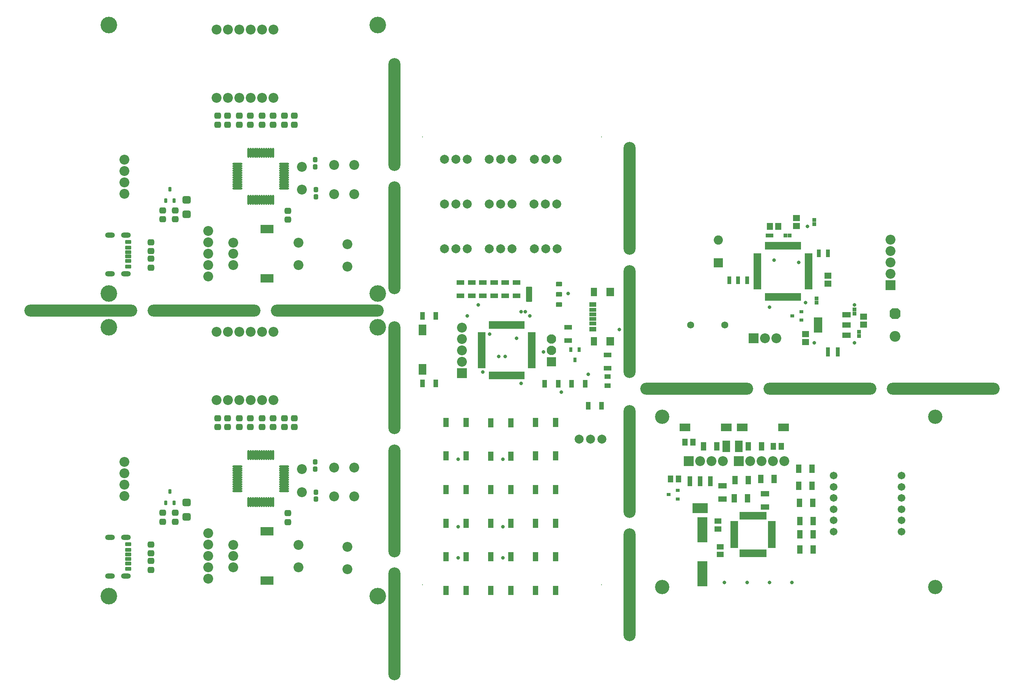
<source format=gbr>
G04*
G04 #@! TF.GenerationSoftware,Altium Limited,Altium Designer,24.2.2 (26)*
G04*
G04 Layer_Color=8388736*
%FSLAX44Y44*%
%MOMM*%
G71*
G04*
G04 #@! TF.SameCoordinates,E132748E-00BF-457D-A5CC-83FA1D806D28*
G04*
G04*
G04 #@! TF.FilePolarity,Negative*
G04*
G01*
G75*
%ADD89R,3.4332X2.1832*%
%ADD90R,1.1332X2.1832*%
%ADD91R,1.2532X1.5832*%
%ADD92R,1.1732X1.9332*%
%ADD93R,0.4832X1.7632*%
%ADD94R,1.7632X0.4832*%
%ADD95R,1.9332X1.1732*%
%ADD96R,1.5832X1.2532*%
%ADD97R,1.8032X2.6032*%
%ADD98R,0.9032X0.8032*%
%ADD99R,2.2032X5.7032*%
%ADD100R,2.3832X1.8032*%
%ADD101R,1.8532X1.1532*%
%ADD102R,1.8532X3.4532*%
%ADD103R,0.9032X2.0032*%
%ADD104R,0.8432X0.8532*%
%ADD105R,1.6032X1.4032*%
%ADD106R,0.8532X0.8432*%
%ADD107R,1.6782X0.5032*%
%ADD108R,0.5032X1.6782*%
%ADD109R,1.4032X1.6032*%
%ADD110O,2.2532X0.4532*%
%ADD111O,0.4532X2.2532*%
G04:AMPARAMS|DCode=112|XSize=1.7032mm|YSize=1.9032mm|CornerRadius=0.4766mm|HoleSize=0mm|Usage=FLASHONLY|Rotation=90.000|XOffset=0mm|YOffset=0mm|HoleType=Round|Shape=RoundedRectangle|*
%AMROUNDEDRECTD112*
21,1,1.7032,0.9500,0,0,90.0*
21,1,0.7500,1.9032,0,0,90.0*
1,1,0.9532,0.4750,0.3750*
1,1,0.9532,0.4750,-0.3750*
1,1,0.9532,-0.4750,-0.3750*
1,1,0.9532,-0.4750,0.3750*
%
%ADD112ROUNDEDRECTD112*%
G04:AMPARAMS|DCode=113|XSize=1.4032mm|YSize=1.5032mm|CornerRadius=0.4016mm|HoleSize=0mm|Usage=FLASHONLY|Rotation=270.000|XOffset=0mm|YOffset=0mm|HoleType=Round|Shape=RoundedRectangle|*
%AMROUNDEDRECTD113*
21,1,1.4032,0.7000,0,0,270.0*
21,1,0.6000,1.5032,0,0,270.0*
1,1,0.8032,-0.3500,-0.3000*
1,1,0.8032,-0.3500,0.3000*
1,1,0.8032,0.3500,0.3000*
1,1,0.8032,0.3500,-0.3000*
%
%ADD113ROUNDEDRECTD113*%
G04:AMPARAMS|DCode=114|XSize=0.9032mm|YSize=1.4032mm|CornerRadius=0.2766mm|HoleSize=0mm|Usage=FLASHONLY|Rotation=270.000|XOffset=0mm|YOffset=0mm|HoleType=Round|Shape=RoundedRectangle|*
%AMROUNDEDRECTD114*
21,1,0.9032,0.8500,0,0,270.0*
21,1,0.3500,1.4032,0,0,270.0*
1,1,0.5532,-0.4250,-0.1750*
1,1,0.5532,-0.4250,0.1750*
1,1,0.5532,0.4250,0.1750*
1,1,0.5532,0.4250,-0.1750*
%
%ADD114ROUNDEDRECTD114*%
G04:AMPARAMS|DCode=115|XSize=1.2032mm|YSize=1.0032mm|CornerRadius=0.3016mm|HoleSize=0mm|Usage=FLASHONLY|Rotation=90.000|XOffset=0mm|YOffset=0mm|HoleType=Round|Shape=RoundedRectangle|*
%AMROUNDEDRECTD115*
21,1,1.2032,0.4000,0,0,90.0*
21,1,0.6000,1.0032,0,0,90.0*
1,1,0.6032,0.2000,0.3000*
1,1,0.6032,0.2000,-0.3000*
1,1,0.6032,-0.2000,-0.3000*
1,1,0.6032,-0.2000,0.3000*
%
%ADD115ROUNDEDRECTD115*%
G04:AMPARAMS|DCode=116|XSize=1.0032mm|YSize=0.7032mm|CornerRadius=0.2266mm|HoleSize=0mm|Usage=FLASHONLY|Rotation=90.000|XOffset=0mm|YOffset=0mm|HoleType=Round|Shape=RoundedRectangle|*
%AMROUNDEDRECTD116*
21,1,1.0032,0.2500,0,0,90.0*
21,1,0.5500,0.7032,0,0,90.0*
1,1,0.4532,0.1250,0.2750*
1,1,0.4532,0.1250,-0.2750*
1,1,0.4532,-0.1250,-0.2750*
1,1,0.4532,-0.1250,0.2750*
%
%ADD116ROUNDEDRECTD116*%
G04:AMPARAMS|DCode=117|XSize=1.41mm|YSize=1.03mm|CornerRadius=0.1198mm|HoleSize=0mm|Usage=FLASHONLY|Rotation=180.000|XOffset=0mm|YOffset=0mm|HoleType=Round|Shape=RoundedRectangle|*
%AMROUNDEDRECTD117*
21,1,1.4100,0.7905,0,0,180.0*
21,1,1.1705,1.0300,0,0,180.0*
1,1,0.2395,-0.5853,0.3953*
1,1,0.2395,0.5853,0.3953*
1,1,0.2395,0.5853,-0.3953*
1,1,0.2395,-0.5853,-0.3953*
%
%ADD117ROUNDEDRECTD117*%
G04:AMPARAMS|DCode=118|XSize=1.41mm|YSize=3.34mm|CornerRadius=0.1483mm|HoleSize=0mm|Usage=FLASHONLY|Rotation=180.000|XOffset=0mm|YOffset=0mm|HoleType=Round|Shape=RoundedRectangle|*
%AMROUNDEDRECTD118*
21,1,1.4100,3.0435,0,0,180.0*
21,1,1.1135,3.3400,0,0,180.0*
1,1,0.2965,-0.5568,1.5218*
1,1,0.2965,0.5568,1.5218*
1,1,0.2965,0.5568,-1.5218*
1,1,0.2965,-0.5568,-1.5218*
%
%ADD118ROUNDEDRECTD118*%
%ADD119R,1.7000X1.1000*%
%ADD120R,1.4032X1.9032*%
%ADD121R,1.8032X1.9032*%
%ADD122R,1.5032X1.0032*%
%ADD123R,1.5032X0.9632*%
%ADD124R,1.5032X0.9032*%
%ADD125R,1.8032X2.4032*%
%ADD126R,1.6764X0.4826*%
%ADD127R,0.4826X1.6764*%
%ADD128R,1.3000X2.1000*%
%ADD129R,0.8000X1.1000*%
%ADD130R,1.1000X1.7000*%
%ADD131R,1.3500X1.1000*%
%ADD132O,2.7032X25.2032*%
%ADD133O,25.2032X2.7032*%
%ADD134C,2.2032*%
%ADD135R,2.2032X2.2032*%
%ADD136C,1.7032*%
%ADD137C,3.2032*%
%ADD138C,0.8032*%
%ADD139C,1.5612*%
%ADD140C,2.4032*%
G04:AMPARAMS|DCode=141|XSize=2.4032mm|YSize=2.4032mm|CornerRadius=0mm|HoleSize=0mm|Usage=FLASHONLY|Rotation=270.000|XOffset=0mm|YOffset=0mm|HoleType=Round|Shape=Octagon|*
%AMOCTAGOND141*
4,1,8,-0.6008,-1.2016,0.6008,-1.2016,1.2016,-0.6008,1.2016,0.6008,0.6008,1.2016,-0.6008,1.2016,-1.2016,0.6008,-1.2016,-0.6008,-0.6008,-1.2016,0.0*
%
%ADD141OCTAGOND141*%

%ADD142R,2.2032X2.2032*%
%ADD143C,2.0532*%
%ADD144R,2.0532X2.0532*%
%ADD145R,3.0032X1.9032*%
%ADD146O,2.2032X1.2032*%
%ADD147C,3.7032*%
%ADD148C,2.0032*%
%ADD149C,0.2032*%
%ADD150C,2.1000*%
%ADD151R,2.1000X2.1000*%
G36*
X1528500Y498250D02*
X1521500D01*
Y504250D01*
X1528500D01*
Y498250D01*
D02*
G37*
G36*
X1548500Y488750D02*
X1541500D01*
Y494750D01*
X1548500D01*
Y488750D01*
D02*
G37*
G36*
Y507750D02*
X1541500D01*
Y513750D01*
X1548500D01*
Y507750D01*
D02*
G37*
D89*
X1595000Y471100D02*
D03*
D90*
X1572000Y531400D02*
D03*
X1595000D02*
D03*
X1618000D02*
D03*
D91*
X1758620Y608750D02*
D03*
X1776380D02*
D03*
X1561120Y618750D02*
D03*
X1578880D02*
D03*
X1546380Y536250D02*
D03*
X1528620D02*
D03*
D92*
X1602700Y608750D02*
D03*
X1632300D02*
D03*
X1671450Y493500D02*
D03*
X1701050D02*
D03*
X1844800Y558750D02*
D03*
X1815200D02*
D03*
X1730200Y535950D02*
D03*
X1759800D02*
D03*
X1702700Y608750D02*
D03*
X1732300D02*
D03*
X1672700Y533750D02*
D03*
X1702300D02*
D03*
X1816950Y482500D02*
D03*
X1846550D02*
D03*
X1817700Y378750D02*
D03*
X1847300D02*
D03*
X1817950Y413000D02*
D03*
X1847550D02*
D03*
X1817700Y442500D02*
D03*
X1847300D02*
D03*
X1815200Y521250D02*
D03*
X1844800D02*
D03*
D93*
X1685500Y454050D02*
D03*
X1690500D02*
D03*
X1695500D02*
D03*
X1700500D02*
D03*
X1705500D02*
D03*
X1710500D02*
D03*
X1715500D02*
D03*
X1720500D02*
D03*
X1725500D02*
D03*
X1730500D02*
D03*
X1735500D02*
D03*
X1740500D02*
D03*
Y370450D02*
D03*
X1735500D02*
D03*
X1730500D02*
D03*
X1725500D02*
D03*
X1720500D02*
D03*
X1715500D02*
D03*
X1710500D02*
D03*
X1705500D02*
D03*
X1700500D02*
D03*
X1695500D02*
D03*
X1690500D02*
D03*
X1685500D02*
D03*
D94*
X1754800Y439750D02*
D03*
Y434750D02*
D03*
Y429750D02*
D03*
Y424750D02*
D03*
Y419750D02*
D03*
Y414750D02*
D03*
Y409750D02*
D03*
Y404750D02*
D03*
Y399750D02*
D03*
Y394751D02*
D03*
Y389750D02*
D03*
Y384750D02*
D03*
X1671200D02*
D03*
Y389750D02*
D03*
Y394751D02*
D03*
Y399750D02*
D03*
Y404750D02*
D03*
Y409750D02*
D03*
Y414750D02*
D03*
Y419750D02*
D03*
Y424750D02*
D03*
Y429750D02*
D03*
Y434750D02*
D03*
Y439750D02*
D03*
D95*
X1740000Y503550D02*
D03*
Y473950D02*
D03*
X1645000Y491450D02*
D03*
Y521050D02*
D03*
D96*
X1635000Y442630D02*
D03*
Y424870D02*
D03*
X1640000Y385130D02*
D03*
Y367370D02*
D03*
D97*
X1653250Y608750D02*
D03*
X1681750D02*
D03*
D98*
X1525000Y501250D02*
D03*
X1545000Y510750D02*
D03*
Y491750D02*
D03*
X1820957Y891000D02*
D03*
Y910000D02*
D03*
X1800957Y900500D02*
D03*
D99*
X1600000Y422750D02*
D03*
Y324750D02*
D03*
D100*
X1653500Y651250D02*
D03*
X1561500D02*
D03*
X1689000Y651250D02*
D03*
X1781000D02*
D03*
D101*
X1921508Y857000D02*
D03*
Y880000D02*
D03*
Y903000D02*
D03*
D102*
X1858508Y880000D02*
D03*
D103*
X1902500Y820000D02*
D03*
X1880000D02*
D03*
D104*
X1950000Y864457D02*
D03*
Y855458D02*
D03*
X1700000Y975500D02*
D03*
Y984500D02*
D03*
X1680000Y975500D02*
D03*
Y984500D02*
D03*
X1660000D02*
D03*
Y975500D02*
D03*
X1854993Y939000D02*
D03*
Y930000D02*
D03*
X1940000Y905500D02*
D03*
Y914500D02*
D03*
X1880000Y1035500D02*
D03*
Y1044500D02*
D03*
X1860000Y1035500D02*
D03*
Y1044500D02*
D03*
X1850000Y1114500D02*
D03*
Y1105500D02*
D03*
D105*
X1830000Y842000D02*
D03*
Y860000D02*
D03*
X1880000Y990000D02*
D03*
Y972000D02*
D03*
X1960000Y881000D02*
D03*
Y899000D02*
D03*
X1810000Y1119000D02*
D03*
Y1101000D02*
D03*
D106*
X1794500Y1080000D02*
D03*
X1785500D02*
D03*
X1754500D02*
D03*
X1745500D02*
D03*
D107*
X1722620Y1037500D02*
D03*
Y1032500D02*
D03*
Y1027500D02*
D03*
Y1022500D02*
D03*
Y962500D02*
D03*
Y967500D02*
D03*
Y1017500D02*
D03*
Y1012500D02*
D03*
Y1007500D02*
D03*
Y1002500D02*
D03*
Y997500D02*
D03*
Y992500D02*
D03*
Y987500D02*
D03*
Y982500D02*
D03*
Y977500D02*
D03*
Y972500D02*
D03*
X1837380Y962500D02*
D03*
Y967500D02*
D03*
Y972500D02*
D03*
Y977500D02*
D03*
Y982500D02*
D03*
Y987500D02*
D03*
Y992500D02*
D03*
Y997500D02*
D03*
Y1002500D02*
D03*
Y1007500D02*
D03*
Y1012500D02*
D03*
Y1017500D02*
D03*
Y1022500D02*
D03*
Y1027500D02*
D03*
Y1032500D02*
D03*
Y1037500D02*
D03*
D108*
X1742500Y942620D02*
D03*
X1747500D02*
D03*
X1752500D02*
D03*
X1757500D02*
D03*
X1762500D02*
D03*
X1767500D02*
D03*
X1772500D02*
D03*
X1777500D02*
D03*
X1782500D02*
D03*
X1787500D02*
D03*
X1792500D02*
D03*
X1797500D02*
D03*
X1802500D02*
D03*
X1807500D02*
D03*
X1812500D02*
D03*
X1817500D02*
D03*
Y1057380D02*
D03*
X1812500D02*
D03*
X1807500D02*
D03*
X1802500D02*
D03*
X1797500D02*
D03*
X1792500D02*
D03*
X1787500D02*
D03*
X1782500D02*
D03*
X1777500D02*
D03*
X1772500D02*
D03*
X1767500D02*
D03*
X1762500D02*
D03*
X1757500D02*
D03*
X1752500D02*
D03*
X1747500D02*
D03*
X1742500D02*
D03*
D109*
X1751000Y1100000D02*
D03*
X1769000D02*
D03*
D110*
X666250Y1184500D02*
D03*
Y1189500D02*
D03*
Y1194500D02*
D03*
Y1199500D02*
D03*
Y1204500D02*
D03*
Y1209500D02*
D03*
Y1214500D02*
D03*
Y1219500D02*
D03*
Y1224500D02*
D03*
Y1229500D02*
D03*
Y1234500D02*
D03*
Y1239500D02*
D03*
X561750D02*
D03*
Y1234500D02*
D03*
Y1229500D02*
D03*
Y1224500D02*
D03*
Y1219500D02*
D03*
Y1214500D02*
D03*
Y1209500D02*
D03*
Y1204500D02*
D03*
Y1199500D02*
D03*
Y1194500D02*
D03*
Y1189500D02*
D03*
Y1184500D02*
D03*
X666250Y509500D02*
D03*
Y514500D02*
D03*
Y519500D02*
D03*
Y524500D02*
D03*
Y529500D02*
D03*
Y534500D02*
D03*
Y539500D02*
D03*
Y544500D02*
D03*
Y549500D02*
D03*
Y554500D02*
D03*
Y559500D02*
D03*
Y564500D02*
D03*
X561750D02*
D03*
Y559500D02*
D03*
Y554500D02*
D03*
Y549500D02*
D03*
Y544500D02*
D03*
Y539500D02*
D03*
Y534500D02*
D03*
Y529500D02*
D03*
Y524500D02*
D03*
Y519500D02*
D03*
Y514500D02*
D03*
Y509500D02*
D03*
D111*
X641500Y1264250D02*
D03*
X636500D02*
D03*
X631500D02*
D03*
X626500D02*
D03*
X621500D02*
D03*
X616500D02*
D03*
X611500D02*
D03*
X606500D02*
D03*
X601500D02*
D03*
X596500D02*
D03*
X591500D02*
D03*
X586500D02*
D03*
Y1159750D02*
D03*
X591500D02*
D03*
X596500D02*
D03*
X601500D02*
D03*
X606500D02*
D03*
X611500D02*
D03*
X616500D02*
D03*
X621500D02*
D03*
X626500D02*
D03*
X631500D02*
D03*
X636500D02*
D03*
X641500D02*
D03*
Y589250D02*
D03*
X636500D02*
D03*
X631500D02*
D03*
X626500D02*
D03*
X621500D02*
D03*
X616500D02*
D03*
X611500D02*
D03*
X606500D02*
D03*
X601500D02*
D03*
X596500D02*
D03*
X591500D02*
D03*
X586500D02*
D03*
Y484750D02*
D03*
X591500D02*
D03*
X596500D02*
D03*
X601500D02*
D03*
X606500D02*
D03*
X611500D02*
D03*
X616500D02*
D03*
X621500D02*
D03*
X626500D02*
D03*
X631500D02*
D03*
X636500D02*
D03*
X641500D02*
D03*
D112*
X449000Y1127000D02*
D03*
Y1159000D02*
D03*
Y452000D02*
D03*
Y484000D02*
D03*
D113*
X591000Y1347000D02*
D03*
Y1327000D02*
D03*
X423000Y1136000D02*
D03*
Y1116000D02*
D03*
X395000Y1136000D02*
D03*
Y1116000D02*
D03*
X518000Y1327000D02*
D03*
Y1347000D02*
D03*
X642000Y1327000D02*
D03*
Y1347000D02*
D03*
X617000Y1327000D02*
D03*
Y1347000D02*
D03*
X566000Y1327000D02*
D03*
Y1347000D02*
D03*
X540000Y1327000D02*
D03*
Y1347000D02*
D03*
X689000Y1327000D02*
D03*
Y1347000D02*
D03*
X667000Y1327000D02*
D03*
Y1347000D02*
D03*
X369000Y1008000D02*
D03*
Y1028000D02*
D03*
Y1065000D02*
D03*
Y1045000D02*
D03*
X675000Y1115000D02*
D03*
Y1135000D02*
D03*
X591000Y672000D02*
D03*
Y652000D02*
D03*
X423000Y461000D02*
D03*
Y441000D02*
D03*
X395000Y461000D02*
D03*
Y441000D02*
D03*
X518000Y652000D02*
D03*
Y672000D02*
D03*
X642000Y652000D02*
D03*
Y672000D02*
D03*
X617000Y652000D02*
D03*
Y672000D02*
D03*
X566000Y652000D02*
D03*
Y672000D02*
D03*
X540000Y652000D02*
D03*
Y672000D02*
D03*
X689000Y652000D02*
D03*
Y672000D02*
D03*
X667000Y652000D02*
D03*
Y672000D02*
D03*
X369000Y333000D02*
D03*
Y353000D02*
D03*
Y390000D02*
D03*
Y370000D02*
D03*
X675000Y440000D02*
D03*
Y460000D02*
D03*
D114*
X318000Y1065250D02*
D03*
Y1052750D02*
D03*
Y1042500D02*
D03*
Y1033000D02*
D03*
Y1010250D02*
D03*
Y1022750D02*
D03*
Y390250D02*
D03*
Y377750D02*
D03*
Y367500D02*
D03*
Y358000D02*
D03*
Y335250D02*
D03*
Y347750D02*
D03*
D115*
X736000Y1233000D02*
D03*
Y1249000D02*
D03*
X737000Y1182000D02*
D03*
Y1166000D02*
D03*
X736000Y558000D02*
D03*
Y574000D02*
D03*
X737000Y507000D02*
D03*
Y491000D02*
D03*
D116*
X411500Y1183000D02*
D03*
X421000Y1158000D02*
D03*
X402000D02*
D03*
X411500Y508000D02*
D03*
X421000Y483000D02*
D03*
X402000D02*
D03*
D117*
X1280150Y925600D02*
D03*
Y948500D02*
D03*
Y971400D02*
D03*
D118*
X1213250Y948500D02*
D03*
D119*
X1160170Y945000D02*
D03*
Y975000D02*
D03*
X1185213Y945000D02*
D03*
Y975000D02*
D03*
X1135128Y945000D02*
D03*
Y975000D02*
D03*
X1110085Y945000D02*
D03*
Y975000D02*
D03*
X1085043D02*
D03*
Y945000D02*
D03*
X1060000Y975000D02*
D03*
Y945000D02*
D03*
X1388250Y783500D02*
D03*
Y813500D02*
D03*
X1300000Y845000D02*
D03*
Y875000D02*
D03*
D120*
X1358250Y843300D02*
D03*
Y953700D02*
D03*
D121*
X1394250Y843300D02*
D03*
Y953700D02*
D03*
D122*
X1355350Y871000D02*
D03*
Y926000D02*
D03*
D123*
Y883300D02*
D03*
Y913700D02*
D03*
D124*
Y893500D02*
D03*
Y903500D02*
D03*
D125*
X975000Y869000D02*
D03*
Y781000D02*
D03*
D126*
X1107116Y861092D02*
D03*
Y856012D02*
D03*
Y850932D02*
D03*
Y846106D02*
D03*
Y841026D02*
D03*
Y835946D02*
D03*
Y831120D02*
D03*
Y826040D02*
D03*
Y820960D02*
D03*
Y815880D02*
D03*
Y811054D02*
D03*
Y805974D02*
D03*
Y800894D02*
D03*
Y796068D02*
D03*
Y790988D02*
D03*
Y785908D02*
D03*
X1219384D02*
D03*
Y790988D02*
D03*
Y796068D02*
D03*
Y800894D02*
D03*
Y805974D02*
D03*
Y811054D02*
D03*
Y815880D02*
D03*
Y820960D02*
D03*
Y826040D02*
D03*
Y831120D02*
D03*
Y835946D02*
D03*
Y841026D02*
D03*
Y846106D02*
D03*
Y850932D02*
D03*
Y856012D02*
D03*
Y861092D02*
D03*
D127*
X1125658Y767366D02*
D03*
X1130738D02*
D03*
X1135818D02*
D03*
X1140644D02*
D03*
X1145724D02*
D03*
X1150804D02*
D03*
X1155630D02*
D03*
X1160710D02*
D03*
X1165790D02*
D03*
X1170870D02*
D03*
X1175696D02*
D03*
X1180776D02*
D03*
X1185856D02*
D03*
X1190682D02*
D03*
X1195762D02*
D03*
X1200842D02*
D03*
Y879634D02*
D03*
X1195762D02*
D03*
X1190682D02*
D03*
X1185856D02*
D03*
X1180776D02*
D03*
X1175696D02*
D03*
X1170870D02*
D03*
X1165790D02*
D03*
X1160710D02*
D03*
X1155630D02*
D03*
X1150804D02*
D03*
X1145724D02*
D03*
X1140644D02*
D03*
X1135818D02*
D03*
X1130738D02*
D03*
X1125658D02*
D03*
D128*
X1027500Y437500D02*
D03*
Y512500D02*
D03*
X1072500D02*
D03*
Y437500D02*
D03*
X1127500Y512500D02*
D03*
Y437500D02*
D03*
X1172500D02*
D03*
Y512500D02*
D03*
X1072500Y287500D02*
D03*
Y362500D02*
D03*
X1027500D02*
D03*
Y287500D02*
D03*
X1127500Y362500D02*
D03*
Y287500D02*
D03*
X1172500D02*
D03*
Y362500D02*
D03*
X1272500Y287500D02*
D03*
Y362500D02*
D03*
X1227500D02*
D03*
Y287500D02*
D03*
X1272500Y437500D02*
D03*
Y512500D02*
D03*
X1227500D02*
D03*
Y437500D02*
D03*
X1272500Y587500D02*
D03*
Y662500D02*
D03*
X1227500D02*
D03*
Y587500D02*
D03*
X1127250Y661750D02*
D03*
Y586750D02*
D03*
X1172250D02*
D03*
Y661750D02*
D03*
X1072500Y587500D02*
D03*
Y662500D02*
D03*
X1027500D02*
D03*
Y587500D02*
D03*
D129*
X1315500Y802000D02*
D03*
X1325000Y825000D02*
D03*
X1306000Y825250D02*
D03*
D130*
X1278250Y748500D02*
D03*
X1248250D02*
D03*
X1005000Y750000D02*
D03*
X975000D02*
D03*
X1005000Y900000D02*
D03*
X975000D02*
D03*
X1308250Y748500D02*
D03*
X1338250D02*
D03*
X1375000Y700000D02*
D03*
X1345000D02*
D03*
D131*
X1388250Y764457D02*
D03*
Y744457D02*
D03*
D132*
X912500Y212500D02*
D03*
Y487500D02*
D03*
Y762500D02*
D03*
Y1350000D02*
D03*
Y1075000D02*
D03*
X1437500Y300000D02*
D03*
Y575000D02*
D03*
Y1162500D02*
D03*
Y887500D02*
D03*
D133*
X212500Y912500D02*
D03*
X487500D02*
D03*
X762500D02*
D03*
X2137500Y737500D02*
D03*
X1862500D02*
D03*
X1587500D02*
D03*
D134*
X1782900Y576250D02*
D03*
X1757500D02*
D03*
X1706700D02*
D03*
X1732100D02*
D03*
X1645599D02*
D03*
X1594799D02*
D03*
X1620199D02*
D03*
X1765400Y850000D02*
D03*
X1740000D02*
D03*
X2020000Y1020000D02*
D03*
Y994600D02*
D03*
Y1045400D02*
D03*
Y1070800D02*
D03*
X515400Y1539400D02*
D03*
X540800D02*
D03*
X566200D02*
D03*
X591600D02*
D03*
X617000D02*
D03*
X642400D02*
D03*
X515400Y1387000D02*
D03*
X540800D02*
D03*
X566200D02*
D03*
X591600D02*
D03*
X642400D02*
D03*
X617000D02*
D03*
X553000Y1064000D02*
D03*
Y1039000D02*
D03*
Y1014000D02*
D03*
X698000Y1064000D02*
D03*
Y1014000D02*
D03*
X823000Y1237000D02*
D03*
Y1172000D02*
D03*
X778000Y1237000D02*
D03*
Y1172000D02*
D03*
X497000Y1089800D02*
D03*
Y1064400D02*
D03*
Y1039000D02*
D03*
Y1013600D02*
D03*
Y988200D02*
D03*
X310000Y1173000D02*
D03*
Y1198400D02*
D03*
Y1223800D02*
D03*
Y1249200D02*
D03*
X808000Y1010000D02*
D03*
Y1060000D02*
D03*
X706000Y1182000D02*
D03*
Y1233000D02*
D03*
X1063250Y873900D02*
D03*
Y848500D02*
D03*
Y797700D02*
D03*
Y823100D02*
D03*
X515400Y864400D02*
D03*
X540800D02*
D03*
X566200D02*
D03*
X591600D02*
D03*
X617000D02*
D03*
X642400D02*
D03*
X515400Y712000D02*
D03*
X540800D02*
D03*
X566200D02*
D03*
X591600D02*
D03*
X642400D02*
D03*
X617000D02*
D03*
X553000Y389000D02*
D03*
Y364000D02*
D03*
Y339000D02*
D03*
X698000Y389000D02*
D03*
Y339000D02*
D03*
X823000Y562000D02*
D03*
Y497000D02*
D03*
X778000Y562000D02*
D03*
Y497000D02*
D03*
X497000Y414800D02*
D03*
Y389400D02*
D03*
Y364000D02*
D03*
Y338600D02*
D03*
Y313200D02*
D03*
X310000Y498000D02*
D03*
Y523400D02*
D03*
Y548800D02*
D03*
Y574200D02*
D03*
X808000Y335000D02*
D03*
Y385000D02*
D03*
X706000Y507000D02*
D03*
Y558000D02*
D03*
D135*
X1681300Y576250D02*
D03*
X1569399D02*
D03*
X1714600Y850000D02*
D03*
D136*
X2045000Y418750D02*
D03*
Y443750D02*
D03*
Y468750D02*
D03*
Y493750D02*
D03*
Y518750D02*
D03*
Y543750D02*
D03*
X1893000Y418750D02*
D03*
Y443750D02*
D03*
Y468750D02*
D03*
Y493750D02*
D03*
Y518750D02*
D03*
Y543750D02*
D03*
D137*
X1510000Y295000D02*
D03*
X2120000D02*
D03*
Y675000D02*
D03*
X1510000D02*
D03*
D138*
X1800000Y305000D02*
D03*
X1750000D02*
D03*
X1700000D02*
D03*
X1649590D02*
D03*
X1940000Y840000D02*
D03*
Y925000D02*
D03*
X1850000Y840000D02*
D03*
X1835000Y1100140D02*
D03*
X1760000Y1025000D02*
D03*
X1815000Y1020000D02*
D03*
X1830000Y930000D02*
D03*
X1750000Y920000D02*
D03*
X1205000Y910000D02*
D03*
X1300000Y950000D02*
D03*
X1195000Y910000D02*
D03*
X1110000Y775000D02*
D03*
X1145000Y810000D02*
D03*
X1100000Y925000D02*
D03*
X1245000Y820000D02*
D03*
X1185000Y850000D02*
D03*
X1215000Y900000D02*
D03*
X1160000Y810000D02*
D03*
X1125000Y860000D02*
D03*
X1075000Y900000D02*
D03*
X1415000Y870000D02*
D03*
X1195000Y750000D02*
D03*
X1055000Y360000D02*
D03*
X1155000D02*
D03*
X1055000Y430000D02*
D03*
X1155000D02*
D03*
X1055000Y580000D02*
D03*
X1155000D02*
D03*
X1345000Y770000D02*
D03*
X1285000Y730000D02*
D03*
D139*
X1650000Y880000D02*
D03*
X1574000D02*
D03*
D140*
X2030000Y855000D02*
D03*
D141*
Y905000D02*
D03*
D142*
X2020000Y969200D02*
D03*
X1063250Y772300D02*
D03*
D143*
X1635400Y1070000D02*
D03*
D144*
Y1019200D02*
D03*
D145*
X628000Y1094000D02*
D03*
Y984000D02*
D03*
Y419000D02*
D03*
Y309000D02*
D03*
D146*
X313500Y1081000D02*
D03*
X278000D02*
D03*
X313500Y994500D02*
D03*
X278000D02*
D03*
X313500Y406000D02*
D03*
X278000D02*
D03*
X313500Y319500D02*
D03*
X278000D02*
D03*
D147*
X875000Y950000D02*
D03*
X275000D02*
D03*
X875000Y1550000D02*
D03*
X275000D02*
D03*
X875000Y275000D02*
D03*
X275000D02*
D03*
X875000Y875000D02*
D03*
X275000D02*
D03*
D148*
X1224600Y1050000D02*
D03*
X1250000D02*
D03*
X1275400D02*
D03*
X1224200Y1150000D02*
D03*
X1249600D02*
D03*
X1275000D02*
D03*
X1075400D02*
D03*
X1050000D02*
D03*
X1024600D02*
D03*
Y1050000D02*
D03*
X1050000D02*
D03*
X1075400D02*
D03*
X1375400Y625000D02*
D03*
X1350000D02*
D03*
X1324600D02*
D03*
X1275400Y1250000D02*
D03*
X1250000D02*
D03*
X1224600D02*
D03*
X1175400D02*
D03*
X1150000D02*
D03*
X1124600D02*
D03*
X1075400D02*
D03*
X1050000D02*
D03*
X1024600D02*
D03*
X1175400Y1150000D02*
D03*
X1150000D02*
D03*
X1124600D02*
D03*
X1175400Y1050000D02*
D03*
X1150000D02*
D03*
X1124600D02*
D03*
D149*
X975000Y300000D02*
D03*
X1375000Y1300000D02*
D03*
X975000D02*
D03*
X1375000Y300000D02*
D03*
D150*
X1263250Y848900D02*
D03*
Y823500D02*
D03*
D151*
Y798100D02*
D03*
M02*

</source>
